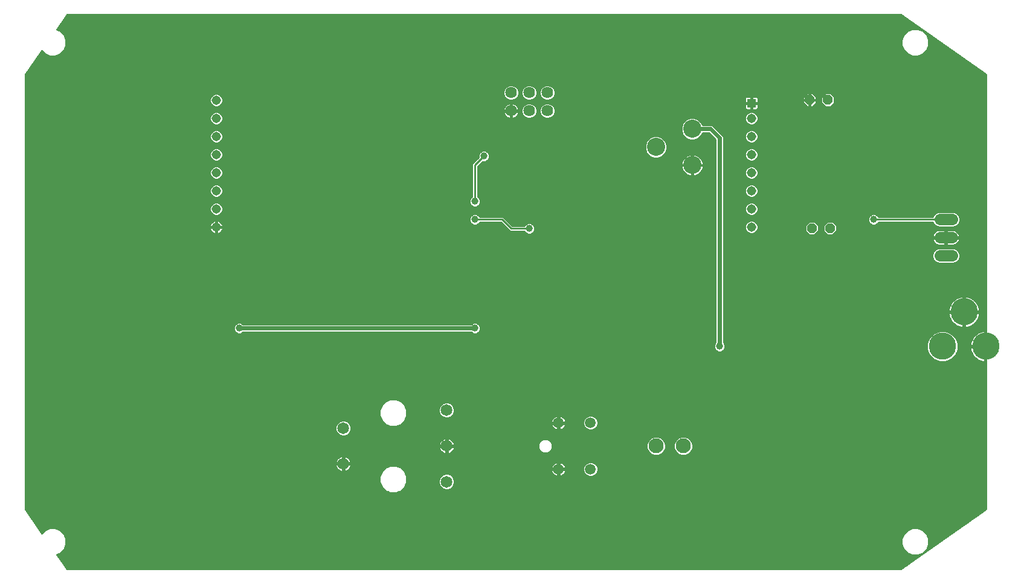
<source format=gbl>
G75*
%MOIN*%
%OFA0B0*%
%FSLAX24Y24*%
%IPPOS*%
%LPD*%
%AMOC8*
5,1,8,0,0,1.08239X$1,22.5*
%
%ADD10C,0.0515*%
%ADD11R,0.0515X0.0515*%
%ADD12C,0.0645*%
%ADD13C,0.0650*%
%ADD14C,0.0594*%
%ADD15C,0.1000*%
%ADD16C,0.0640*%
%ADD17OC8,0.0520*%
%ADD18C,0.1502*%
%ADD19C,0.0100*%
%ADD20C,0.0396*%
%ADD21C,0.0827*%
%ADD22C,0.0240*%
D10*
X036503Y031880D03*
X036503Y032880D03*
X036503Y033880D03*
X036503Y034880D03*
X036503Y035880D03*
X036503Y036880D03*
X036503Y037880D03*
X036503Y038880D03*
X066030Y037880D03*
X066030Y036880D03*
X066030Y035880D03*
X066030Y034880D03*
X066030Y033880D03*
X066030Y032880D03*
X066030Y031880D03*
D11*
X066030Y038726D03*
D12*
X076444Y032300D02*
X077089Y032300D01*
X077089Y031300D02*
X076444Y031300D01*
X076444Y030300D02*
X077089Y030300D01*
D13*
X049219Y021769D03*
X049219Y019800D03*
X049219Y017831D03*
X043511Y018816D03*
X043511Y020784D03*
D14*
X055381Y021080D03*
X057152Y021080D03*
X057152Y018520D03*
X055381Y018520D03*
D15*
X062767Y035300D03*
X060767Y036300D03*
X062767Y037300D03*
D16*
X054767Y038300D03*
X053767Y038300D03*
X052767Y038300D03*
X052767Y039300D03*
X053767Y039300D03*
X054767Y039300D03*
D17*
X069247Y038900D03*
X070247Y038900D03*
X070367Y031820D03*
X069367Y031820D03*
D18*
X077767Y027200D03*
X078967Y025300D03*
X076567Y025300D03*
D19*
X028267Y013000D02*
X027705Y013806D01*
X027892Y013883D01*
X028103Y014094D01*
X028218Y014371D01*
X028218Y014669D01*
X028103Y014946D01*
X027892Y015157D01*
X027616Y015271D01*
X027317Y015271D01*
X027041Y015157D01*
X026877Y014993D01*
X025967Y016300D01*
X025967Y040300D01*
X026877Y041607D01*
X027041Y041443D01*
X027317Y041329D01*
X027616Y041329D01*
X027892Y041443D01*
X028103Y041654D01*
X028218Y041931D01*
X028218Y042229D01*
X028103Y042506D01*
X027892Y042717D01*
X027705Y042794D01*
X028267Y043600D01*
X074267Y043600D01*
X078967Y040300D01*
X078967Y025350D01*
X078917Y025350D01*
X078917Y026161D01*
X078910Y026161D01*
X078798Y026146D01*
X078689Y026117D01*
X078585Y026074D01*
X078487Y026018D01*
X078398Y025949D01*
X078318Y025869D01*
X078249Y025779D01*
X078193Y025682D01*
X078149Y025577D01*
X078120Y025468D01*
X078105Y025356D01*
X078105Y025350D01*
X078917Y025350D01*
X078917Y025250D01*
X078967Y025250D01*
X078967Y016300D01*
X074267Y013000D01*
X028267Y013000D01*
X028244Y013032D02*
X074313Y013032D01*
X074453Y013131D02*
X028175Y013131D01*
X028107Y013229D02*
X074593Y013229D01*
X074734Y013328D02*
X028038Y013328D01*
X027969Y013426D02*
X074874Y013426D01*
X075014Y013525D02*
X027901Y013525D01*
X027832Y013623D02*
X075155Y013623D01*
X075216Y013769D02*
X075492Y013883D01*
X075703Y014094D01*
X075818Y014371D01*
X075818Y014669D01*
X075703Y014946D01*
X075492Y015157D01*
X075216Y015271D01*
X074917Y015271D01*
X074641Y015157D01*
X074430Y014946D01*
X074315Y014669D01*
X074315Y014371D01*
X074430Y014094D01*
X074641Y013883D01*
X074917Y013769D01*
X075216Y013769D01*
X075295Y013722D02*
X027763Y013722D01*
X027741Y013820D02*
X074793Y013820D01*
X074605Y013919D02*
X027928Y013919D01*
X028026Y014017D02*
X074507Y014017D01*
X074421Y014116D02*
X028112Y014116D01*
X028153Y014214D02*
X074380Y014214D01*
X074339Y014313D02*
X028194Y014313D01*
X028218Y014411D02*
X074315Y014411D01*
X074315Y014510D02*
X028218Y014510D01*
X028218Y014608D02*
X074315Y014608D01*
X074331Y014707D02*
X028202Y014707D01*
X028161Y014805D02*
X074372Y014805D01*
X074413Y014904D02*
X028121Y014904D01*
X028047Y015002D02*
X074487Y015002D01*
X074585Y015101D02*
X027948Y015101D01*
X027789Y015199D02*
X074744Y015199D01*
X075389Y015199D02*
X077399Y015199D01*
X077259Y015101D02*
X075548Y015101D01*
X075647Y015002D02*
X077119Y015002D01*
X076978Y014904D02*
X075721Y014904D01*
X075761Y014805D02*
X076838Y014805D01*
X076698Y014707D02*
X075802Y014707D01*
X075818Y014608D02*
X076558Y014608D01*
X076417Y014510D02*
X075818Y014510D01*
X075818Y014411D02*
X076277Y014411D01*
X076137Y014313D02*
X075794Y014313D01*
X075753Y014214D02*
X075996Y014214D01*
X075856Y014116D02*
X075712Y014116D01*
X075716Y014017D02*
X075626Y014017D01*
X075575Y013919D02*
X075528Y013919D01*
X075435Y013820D02*
X075341Y013820D01*
X077540Y015298D02*
X026665Y015298D01*
X026596Y015396D02*
X077680Y015396D01*
X077820Y015495D02*
X026528Y015495D01*
X026459Y015593D02*
X077960Y015593D01*
X078101Y015692D02*
X026390Y015692D01*
X026322Y015790D02*
X078241Y015790D01*
X078381Y015889D02*
X026253Y015889D01*
X026184Y015987D02*
X078522Y015987D01*
X078662Y016086D02*
X026116Y016086D01*
X026047Y016184D02*
X078802Y016184D01*
X078942Y016283D02*
X025979Y016283D01*
X025967Y016381D02*
X078967Y016381D01*
X078967Y016480D02*
X025967Y016480D01*
X025967Y016578D02*
X078967Y016578D01*
X078967Y016677D02*
X025967Y016677D01*
X025967Y016775D02*
X078967Y016775D01*
X078967Y016874D02*
X025967Y016874D01*
X025967Y016972D02*
X078967Y016972D01*
X078967Y017071D02*
X025967Y017071D01*
X025967Y017169D02*
X078967Y017169D01*
X078967Y017268D02*
X046536Y017268D01*
X046416Y017218D02*
X046692Y017332D01*
X046903Y017544D01*
X047018Y017820D01*
X047018Y018119D01*
X046903Y018395D01*
X046692Y018606D01*
X046416Y018720D01*
X046117Y018720D01*
X045841Y018606D01*
X045630Y018395D01*
X045515Y018119D01*
X045515Y017820D01*
X045630Y017544D01*
X045841Y017332D01*
X046117Y017218D01*
X046416Y017218D01*
X046726Y017366D02*
X078967Y017366D01*
X078967Y017465D02*
X049468Y017465D01*
X049466Y017463D02*
X049588Y017585D01*
X049654Y017745D01*
X049654Y017918D01*
X049588Y018078D01*
X049466Y018200D01*
X049306Y018266D01*
X049133Y018266D01*
X048973Y018200D01*
X048851Y018078D01*
X048785Y017918D01*
X048785Y017745D01*
X048851Y017585D01*
X048973Y017463D01*
X049133Y017397D01*
X049306Y017397D01*
X049466Y017463D01*
X049566Y017563D02*
X078967Y017563D01*
X078967Y017662D02*
X049620Y017662D01*
X049654Y017760D02*
X078967Y017760D01*
X078967Y017859D02*
X049654Y017859D01*
X049638Y017957D02*
X078967Y017957D01*
X078967Y018056D02*
X049597Y018056D01*
X049511Y018154D02*
X055203Y018154D01*
X055225Y018143D02*
X055286Y018124D01*
X055332Y018116D01*
X055332Y018472D01*
X054977Y018472D01*
X054984Y018425D01*
X055004Y018364D01*
X055033Y018307D01*
X055071Y018255D01*
X055116Y018210D01*
X055168Y018173D01*
X055225Y018143D01*
X055332Y018154D02*
X055429Y018154D01*
X055429Y018116D02*
X055476Y018124D01*
X055537Y018143D01*
X055594Y018173D01*
X055646Y018210D01*
X055691Y018255D01*
X055729Y018307D01*
X055758Y018364D01*
X055778Y018425D01*
X055785Y018472D01*
X055429Y018472D01*
X055429Y018116D01*
X055559Y018154D02*
X056973Y018154D01*
X056922Y018176D02*
X057072Y018114D01*
X057233Y018114D01*
X057383Y018176D01*
X057497Y018290D01*
X057559Y018440D01*
X057559Y018601D01*
X057497Y018751D01*
X057383Y018865D01*
X057233Y018927D01*
X057072Y018927D01*
X056922Y018865D01*
X056808Y018751D01*
X056746Y018601D01*
X056746Y018440D01*
X056808Y018290D01*
X056922Y018176D01*
X056845Y018253D02*
X055689Y018253D01*
X055751Y018351D02*
X056782Y018351D01*
X056746Y018450D02*
X055782Y018450D01*
X055785Y018569D02*
X055778Y018616D01*
X055758Y018677D01*
X055729Y018734D01*
X055691Y018786D01*
X055646Y018831D01*
X055594Y018868D01*
X055537Y018898D01*
X055476Y018917D01*
X055429Y018925D01*
X055429Y018569D01*
X055332Y018569D01*
X055332Y018472D01*
X055429Y018472D01*
X055429Y018569D01*
X055785Y018569D01*
X055768Y018647D02*
X056765Y018647D01*
X056746Y018548D02*
X055429Y018548D01*
X055332Y018548D02*
X046750Y018548D01*
X046848Y018450D02*
X054980Y018450D01*
X055010Y018351D02*
X046921Y018351D01*
X046962Y018253D02*
X049101Y018253D01*
X048927Y018154D02*
X047003Y018154D01*
X047018Y018056D02*
X048842Y018056D01*
X048801Y017957D02*
X047018Y017957D01*
X047018Y017859D02*
X048785Y017859D01*
X048785Y017760D02*
X046993Y017760D01*
X046952Y017662D02*
X048819Y017662D01*
X048873Y017563D02*
X046912Y017563D01*
X046825Y017465D02*
X048971Y017465D01*
X049338Y018253D02*
X055073Y018253D01*
X055332Y018253D02*
X055429Y018253D01*
X055429Y018351D02*
X055332Y018351D01*
X055332Y018450D02*
X055429Y018450D01*
X055332Y018569D02*
X054977Y018569D01*
X054984Y018616D01*
X055004Y018677D01*
X055033Y018734D01*
X055071Y018786D01*
X055116Y018831D01*
X055168Y018868D01*
X055225Y018898D01*
X055286Y018917D01*
X055332Y018925D01*
X055332Y018569D01*
X055332Y018647D02*
X055429Y018647D01*
X055429Y018745D02*
X055332Y018745D01*
X055332Y018844D02*
X055429Y018844D01*
X055628Y018844D02*
X056901Y018844D01*
X056805Y018745D02*
X055720Y018745D01*
X055134Y018844D02*
X043561Y018844D01*
X043561Y018866D02*
X043943Y018866D01*
X043935Y018918D01*
X043914Y018983D01*
X043883Y019044D01*
X043842Y019099D01*
X043794Y019147D01*
X043739Y019188D01*
X043678Y019219D01*
X043613Y019240D01*
X043561Y019248D01*
X043561Y018866D01*
X043461Y018866D01*
X043461Y019248D01*
X043409Y019240D01*
X043344Y019219D01*
X043283Y019188D01*
X043228Y019147D01*
X043179Y019099D01*
X043139Y019044D01*
X043108Y018983D01*
X043087Y018918D01*
X043078Y018866D01*
X043461Y018866D01*
X043461Y018766D01*
X043078Y018766D01*
X043087Y018714D01*
X043108Y018649D01*
X043139Y018588D01*
X043179Y018532D01*
X043228Y018484D01*
X043283Y018444D01*
X043344Y018413D01*
X043409Y018392D01*
X043461Y018383D01*
X043461Y018766D01*
X043561Y018766D01*
X043561Y018866D01*
X043561Y018942D02*
X043461Y018942D01*
X043461Y018844D02*
X025967Y018844D01*
X025967Y018942D02*
X043095Y018942D01*
X043138Y019041D02*
X025967Y019041D01*
X025967Y019139D02*
X043220Y019139D01*
X043403Y019238D02*
X025967Y019238D01*
X025967Y019336D02*
X060518Y019336D01*
X060470Y019356D02*
X060663Y019277D01*
X060871Y019277D01*
X061063Y019356D01*
X061210Y019504D01*
X061290Y019696D01*
X061290Y019904D01*
X061210Y020096D01*
X061063Y020244D01*
X060871Y020323D01*
X060663Y020323D01*
X060470Y020244D01*
X060323Y020096D01*
X060243Y019904D01*
X060243Y019696D01*
X060323Y019504D01*
X060470Y019356D01*
X060392Y019435D02*
X054812Y019435D01*
X054881Y019464D02*
X054993Y019575D01*
X055053Y019721D01*
X055053Y019879D01*
X054993Y020025D01*
X054881Y020136D01*
X054735Y020197D01*
X054577Y020197D01*
X054432Y020136D01*
X054320Y020025D01*
X054260Y019879D01*
X054260Y019721D01*
X054320Y019575D01*
X054432Y019464D01*
X054577Y019403D01*
X054735Y019403D01*
X054881Y019464D01*
X054951Y019533D02*
X060311Y019533D01*
X060270Y019632D02*
X055016Y019632D01*
X055053Y019730D02*
X060243Y019730D01*
X060243Y019829D02*
X055053Y019829D01*
X055033Y019927D02*
X060253Y019927D01*
X060294Y020026D02*
X054992Y020026D01*
X054893Y020124D02*
X060351Y020124D01*
X060449Y020223D02*
X049325Y020223D01*
X049321Y020224D02*
X049269Y020232D01*
X049269Y019850D01*
X049169Y019850D01*
X049169Y019750D01*
X048787Y019750D01*
X048795Y019698D01*
X048816Y019633D01*
X048848Y019572D01*
X048888Y019517D01*
X048936Y019468D01*
X048992Y019428D01*
X049053Y019397D01*
X049118Y019376D01*
X049169Y019368D01*
X049169Y019750D01*
X049269Y019750D01*
X049269Y019368D01*
X049321Y019376D01*
X049386Y019397D01*
X049447Y019428D01*
X049503Y019468D01*
X049551Y019517D01*
X049591Y019572D01*
X049622Y019633D01*
X049644Y019698D01*
X049652Y019750D01*
X049269Y019750D01*
X049269Y019850D01*
X049652Y019850D01*
X049644Y019902D01*
X049622Y019967D01*
X049591Y020028D01*
X049551Y020083D01*
X049503Y020132D01*
X049447Y020172D01*
X049386Y020203D01*
X049321Y020224D01*
X049269Y020223D02*
X049169Y020223D01*
X049169Y020232D02*
X049118Y020224D01*
X049053Y020203D01*
X048992Y020172D01*
X048936Y020132D01*
X048888Y020083D01*
X048848Y020028D01*
X048816Y019967D01*
X048795Y019902D01*
X048787Y019850D01*
X049169Y019850D01*
X049169Y020232D01*
X049114Y020223D02*
X025967Y020223D01*
X025967Y020321D02*
X060658Y020321D01*
X060875Y020321D02*
X062158Y020321D01*
X062163Y020323D02*
X061970Y020244D01*
X061823Y020096D01*
X061743Y019904D01*
X061743Y019696D01*
X061823Y019504D01*
X061970Y019356D01*
X062163Y019277D01*
X062371Y019277D01*
X062563Y019356D01*
X062710Y019504D01*
X062790Y019696D01*
X062790Y019904D01*
X062710Y020096D01*
X062563Y020244D01*
X062371Y020323D01*
X062163Y020323D01*
X062375Y020321D02*
X078967Y020321D01*
X078967Y020223D02*
X062584Y020223D01*
X062682Y020124D02*
X078967Y020124D01*
X078967Y020026D02*
X062740Y020026D01*
X062780Y019927D02*
X078967Y019927D01*
X078967Y019829D02*
X062790Y019829D01*
X062790Y019730D02*
X078967Y019730D01*
X078967Y019632D02*
X062764Y019632D01*
X062723Y019533D02*
X078967Y019533D01*
X078967Y019435D02*
X062642Y019435D01*
X062515Y019336D02*
X078967Y019336D01*
X078967Y019238D02*
X043618Y019238D01*
X043561Y019238D02*
X043461Y019238D01*
X043461Y019139D02*
X043561Y019139D01*
X043561Y019041D02*
X043461Y019041D01*
X043561Y018766D02*
X043943Y018766D01*
X043935Y018714D01*
X043914Y018649D01*
X043883Y018588D01*
X043842Y018532D01*
X043794Y018484D01*
X043739Y018444D01*
X043678Y018413D01*
X043613Y018392D01*
X043561Y018383D01*
X043561Y018766D01*
X043561Y018745D02*
X043461Y018745D01*
X043461Y018647D02*
X043561Y018647D01*
X043561Y018548D02*
X043461Y018548D01*
X043461Y018450D02*
X043561Y018450D01*
X043747Y018450D02*
X045685Y018450D01*
X045612Y018351D02*
X025967Y018351D01*
X025967Y018253D02*
X045571Y018253D01*
X045530Y018154D02*
X025967Y018154D01*
X025967Y018056D02*
X045515Y018056D01*
X045515Y017957D02*
X025967Y017957D01*
X025967Y017859D02*
X045515Y017859D01*
X045540Y017760D02*
X025967Y017760D01*
X025967Y017662D02*
X045581Y017662D01*
X045622Y017563D02*
X025967Y017563D01*
X025967Y017465D02*
X045709Y017465D01*
X045807Y017366D02*
X025967Y017366D01*
X025967Y017268D02*
X045997Y017268D01*
X045784Y018548D02*
X043854Y018548D01*
X043913Y018647D02*
X045940Y018647D01*
X046594Y018647D02*
X054994Y018647D01*
X055041Y018745D02*
X043940Y018745D01*
X043927Y018942D02*
X078967Y018942D01*
X078967Y018844D02*
X057404Y018844D01*
X057500Y018745D02*
X078967Y018745D01*
X078967Y018647D02*
X057540Y018647D01*
X057559Y018548D02*
X078967Y018548D01*
X078967Y018450D02*
X057559Y018450D01*
X057523Y018351D02*
X078967Y018351D01*
X078967Y018253D02*
X057460Y018253D01*
X057332Y018154D02*
X078967Y018154D01*
X078967Y019041D02*
X043884Y019041D01*
X043802Y019139D02*
X078967Y019139D01*
X078967Y020420D02*
X043761Y020420D01*
X043757Y020416D02*
X043879Y020538D01*
X043946Y020698D01*
X043946Y020871D01*
X043879Y021031D01*
X043757Y021153D01*
X043597Y021219D01*
X043424Y021219D01*
X043264Y021153D01*
X043142Y021031D01*
X043076Y020871D01*
X043076Y020698D01*
X043142Y020538D01*
X043264Y020416D01*
X043424Y020349D01*
X043597Y020349D01*
X043757Y020416D01*
X043860Y020518D02*
X078967Y020518D01*
X078967Y020617D02*
X043912Y020617D01*
X043946Y020715D02*
X055199Y020715D01*
X055225Y020702D02*
X055286Y020683D01*
X055332Y020675D01*
X055332Y021031D01*
X054977Y021031D01*
X054984Y020984D01*
X055004Y020923D01*
X055033Y020866D01*
X055071Y020814D01*
X043946Y020814D01*
X043928Y020912D02*
X046038Y020912D01*
X046117Y020880D02*
X046416Y020880D01*
X046692Y020994D01*
X046903Y021205D01*
X047018Y021481D01*
X047018Y021780D01*
X046903Y022056D01*
X046692Y022268D01*
X046416Y022382D01*
X046117Y022382D01*
X045841Y022268D01*
X045630Y022056D01*
X045515Y021780D01*
X045515Y021481D01*
X045630Y021205D01*
X045841Y020994D01*
X046117Y020880D01*
X045824Y021011D02*
X043887Y021011D01*
X043800Y021109D02*
X045726Y021109D01*
X045629Y021208D02*
X043624Y021208D01*
X043398Y021208D02*
X025967Y021208D01*
X025967Y021306D02*
X045588Y021306D01*
X045547Y021405D02*
X025967Y021405D01*
X025967Y021503D02*
X045515Y021503D01*
X045515Y021602D02*
X025967Y021602D01*
X025967Y021700D02*
X045515Y021700D01*
X045523Y021799D02*
X025967Y021799D01*
X025967Y021897D02*
X045564Y021897D01*
X045605Y021996D02*
X025967Y021996D01*
X025967Y022094D02*
X045668Y022094D01*
X045767Y022193D02*
X025967Y022193D01*
X025967Y022291D02*
X045899Y022291D01*
X046634Y022291D02*
X078967Y022291D01*
X078967Y022193D02*
X049331Y022193D01*
X049306Y022203D02*
X049133Y022203D01*
X048973Y022137D01*
X048851Y022015D01*
X048785Y021855D01*
X048785Y021682D01*
X048851Y021522D01*
X048973Y021400D01*
X049133Y021334D01*
X049306Y021334D01*
X049466Y021400D01*
X049588Y021522D01*
X049654Y021682D01*
X049654Y021855D01*
X049588Y022015D01*
X049466Y022137D01*
X049306Y022203D01*
X049108Y022193D02*
X046767Y022193D01*
X046865Y022094D02*
X048930Y022094D01*
X048843Y021996D02*
X046928Y021996D01*
X046969Y021897D02*
X048802Y021897D01*
X048785Y021799D02*
X047010Y021799D01*
X047018Y021700D02*
X048785Y021700D01*
X048818Y021602D02*
X047018Y021602D01*
X047018Y021503D02*
X048870Y021503D01*
X048968Y021405D02*
X046986Y021405D01*
X046945Y021306D02*
X055043Y021306D01*
X055033Y021293D02*
X055004Y021236D01*
X054984Y021175D01*
X054977Y021128D01*
X055332Y021128D01*
X055332Y021031D01*
X055429Y021031D01*
X055429Y020675D01*
X055476Y020683D01*
X055537Y020702D01*
X055594Y020732D01*
X055646Y020769D01*
X055691Y020814D01*
X056843Y020814D01*
X056808Y020849D02*
X056922Y020735D01*
X057072Y020673D01*
X057233Y020673D01*
X057383Y020735D01*
X057497Y020849D01*
X057559Y020999D01*
X057559Y021160D01*
X057497Y021310D01*
X057383Y021424D01*
X057233Y021486D01*
X057072Y021486D01*
X056922Y021424D01*
X056808Y021310D01*
X056746Y021160D01*
X056746Y020999D01*
X056808Y020849D01*
X056781Y020912D02*
X055752Y020912D01*
X055758Y020923D02*
X055778Y020984D01*
X055785Y021031D01*
X055429Y021031D01*
X055429Y021128D01*
X055332Y021128D01*
X055332Y021484D01*
X055286Y021476D01*
X055225Y021457D01*
X055168Y021427D01*
X055116Y021390D01*
X055071Y021345D01*
X055033Y021293D01*
X054995Y021208D02*
X046905Y021208D01*
X046808Y021109D02*
X055332Y021109D01*
X055429Y021109D02*
X056746Y021109D01*
X056746Y021011D02*
X055782Y021011D01*
X055758Y020923D02*
X055729Y020866D01*
X055691Y020814D01*
X055563Y020715D02*
X056968Y020715D01*
X057337Y020715D02*
X078967Y020715D01*
X078967Y020814D02*
X057462Y020814D01*
X057524Y020912D02*
X078967Y020912D01*
X078967Y021011D02*
X057559Y021011D01*
X057559Y021109D02*
X078967Y021109D01*
X078967Y021208D02*
X057540Y021208D01*
X057499Y021306D02*
X078967Y021306D01*
X078967Y021405D02*
X057402Y021405D01*
X056903Y021405D02*
X055625Y021405D01*
X055646Y021390D02*
X055594Y021427D01*
X055537Y021457D01*
X055476Y021476D01*
X055429Y021484D01*
X055429Y021128D01*
X055785Y021128D01*
X055778Y021175D01*
X055758Y021236D01*
X055729Y021293D01*
X055691Y021345D01*
X055646Y021390D01*
X055719Y021306D02*
X056806Y021306D01*
X056765Y021208D02*
X055767Y021208D01*
X055429Y021208D02*
X055332Y021208D01*
X055332Y021306D02*
X055429Y021306D01*
X055429Y021405D02*
X055332Y021405D01*
X055137Y021405D02*
X049471Y021405D01*
X049569Y021503D02*
X078967Y021503D01*
X078967Y021602D02*
X049621Y021602D01*
X049654Y021700D02*
X078967Y021700D01*
X078967Y021799D02*
X049654Y021799D01*
X049637Y021897D02*
X078967Y021897D01*
X078967Y021996D02*
X049596Y021996D01*
X049508Y022094D02*
X078967Y022094D01*
X078967Y022390D02*
X025967Y022390D01*
X025967Y022488D02*
X078967Y022488D01*
X078967Y022587D02*
X025967Y022587D01*
X025967Y022685D02*
X078967Y022685D01*
X078967Y022784D02*
X025967Y022784D01*
X025967Y022882D02*
X078967Y022882D01*
X078967Y022981D02*
X025967Y022981D01*
X025967Y023079D02*
X078967Y023079D01*
X078967Y023178D02*
X025967Y023178D01*
X025967Y023276D02*
X078967Y023276D01*
X078967Y023375D02*
X025967Y023375D01*
X025967Y023473D02*
X078967Y023473D01*
X078967Y023572D02*
X025967Y023572D01*
X025967Y023670D02*
X078967Y023670D01*
X078967Y023769D02*
X025967Y023769D01*
X025967Y023867D02*
X078967Y023867D01*
X078967Y023966D02*
X025967Y023966D01*
X025967Y024064D02*
X078967Y024064D01*
X078967Y024163D02*
X025967Y024163D01*
X025967Y024261D02*
X078967Y024261D01*
X078967Y024360D02*
X025967Y024360D01*
X025967Y024458D02*
X076348Y024458D01*
X076395Y024439D02*
X076738Y024439D01*
X077054Y024570D01*
X077297Y024812D01*
X077428Y025129D01*
X077428Y025471D01*
X077297Y025788D01*
X077054Y026030D01*
X076738Y026161D01*
X076395Y026161D01*
X076079Y026030D01*
X075837Y025788D01*
X075705Y025471D01*
X075705Y025129D01*
X075837Y024812D01*
X076079Y024570D01*
X076395Y024439D01*
X076110Y024557D02*
X025967Y024557D01*
X025967Y024655D02*
X075993Y024655D01*
X075895Y024754D02*
X025967Y024754D01*
X025967Y024852D02*
X075820Y024852D01*
X075779Y024951D02*
X025967Y024951D01*
X025967Y025049D02*
X064081Y025049D01*
X064092Y025039D02*
X064205Y024992D01*
X064328Y024992D01*
X064441Y025039D01*
X064528Y025125D01*
X064575Y025239D01*
X064575Y025361D01*
X064528Y025475D01*
X064497Y025506D01*
X064497Y036895D01*
X064362Y037030D01*
X064362Y037030D01*
X063862Y037530D01*
X063332Y037530D01*
X063284Y037646D01*
X063112Y037817D01*
X062888Y037910D01*
X062645Y037910D01*
X062421Y037817D01*
X062250Y037646D01*
X062157Y037421D01*
X062157Y037179D01*
X062250Y036954D01*
X062421Y036783D01*
X062645Y036690D01*
X062888Y036690D01*
X063112Y036783D01*
X063284Y036954D01*
X063332Y037070D01*
X063671Y037070D01*
X064037Y036705D01*
X064037Y025506D01*
X064005Y025475D01*
X063959Y025361D01*
X063959Y025239D01*
X064005Y025125D01*
X064092Y025039D01*
X063996Y025148D02*
X025967Y025148D01*
X025967Y025246D02*
X063959Y025246D01*
X063959Y025345D02*
X025967Y025345D01*
X025967Y025443D02*
X063993Y025443D01*
X064037Y025542D02*
X025967Y025542D01*
X025967Y025640D02*
X064037Y025640D01*
X064037Y025739D02*
X025967Y025739D01*
X025967Y025837D02*
X064037Y025837D01*
X064037Y025936D02*
X025967Y025936D01*
X025967Y026034D02*
X037603Y026034D01*
X037592Y026039D02*
X037705Y025992D01*
X037828Y025992D01*
X037941Y026039D01*
X037972Y026070D01*
X050561Y026070D01*
X050592Y026039D01*
X050705Y025992D01*
X050828Y025992D01*
X050941Y026039D01*
X051028Y026125D01*
X051075Y026239D01*
X051075Y026361D01*
X051028Y026475D01*
X050941Y026561D01*
X050828Y026608D01*
X050705Y026608D01*
X050592Y026561D01*
X050561Y026530D01*
X037972Y026530D01*
X037941Y026561D01*
X037828Y026608D01*
X037705Y026608D01*
X037592Y026561D01*
X037505Y026475D01*
X037459Y026361D01*
X037459Y026239D01*
X037505Y026125D01*
X037592Y026039D01*
X037502Y026133D02*
X025967Y026133D01*
X025967Y026231D02*
X037462Y026231D01*
X037459Y026330D02*
X025967Y026330D01*
X025967Y026428D02*
X037486Y026428D01*
X037558Y026527D02*
X025967Y026527D01*
X025967Y026625D02*
X064037Y026625D01*
X064037Y026527D02*
X050975Y026527D01*
X051047Y026428D02*
X064037Y026428D01*
X064037Y026330D02*
X051075Y026330D01*
X051072Y026231D02*
X064037Y026231D01*
X064037Y026133D02*
X051031Y026133D01*
X050931Y026034D02*
X064037Y026034D01*
X064497Y026034D02*
X076090Y026034D01*
X075985Y025936D02*
X064497Y025936D01*
X064497Y025837D02*
X075886Y025837D01*
X075816Y025739D02*
X064497Y025739D01*
X064497Y025640D02*
X075776Y025640D01*
X075735Y025542D02*
X064497Y025542D01*
X064541Y025443D02*
X075705Y025443D01*
X075705Y025345D02*
X064575Y025345D01*
X064575Y025246D02*
X075705Y025246D01*
X075705Y025148D02*
X064537Y025148D01*
X064452Y025049D02*
X075738Y025049D01*
X076785Y024458D02*
X078780Y024458D01*
X078798Y024454D02*
X078910Y024439D01*
X078917Y024439D01*
X078917Y025250D01*
X078105Y025250D01*
X078105Y025244D01*
X078120Y025132D01*
X078149Y025023D01*
X078193Y024918D01*
X078249Y024821D01*
X078318Y024731D01*
X078398Y024651D01*
X078487Y024582D01*
X078585Y024526D01*
X078689Y024483D01*
X078798Y024454D01*
X078917Y024458D02*
X078967Y024458D01*
X078967Y024557D02*
X078917Y024557D01*
X078917Y024655D02*
X078967Y024655D01*
X078967Y024754D02*
X078917Y024754D01*
X078917Y024852D02*
X078967Y024852D01*
X078967Y024951D02*
X078917Y024951D01*
X078917Y025049D02*
X078967Y025049D01*
X078967Y025148D02*
X078917Y025148D01*
X078917Y025246D02*
X078967Y025246D01*
X078917Y025345D02*
X077428Y025345D01*
X077428Y025443D02*
X078117Y025443D01*
X078140Y025542D02*
X077399Y025542D01*
X077358Y025640D02*
X078176Y025640D01*
X078226Y025739D02*
X077317Y025739D01*
X077247Y025837D02*
X078294Y025837D01*
X078385Y025936D02*
X077149Y025936D01*
X077044Y026034D02*
X078516Y026034D01*
X078748Y026133D02*
X076806Y026133D01*
X076327Y026133D02*
X064497Y026133D01*
X064497Y026231D02*
X078967Y026231D01*
X078967Y026133D02*
X078917Y026133D01*
X078917Y026034D02*
X078967Y026034D01*
X078967Y025936D02*
X078917Y025936D01*
X078917Y025837D02*
X078967Y025837D01*
X078967Y025739D02*
X078917Y025739D01*
X078917Y025640D02*
X078967Y025640D01*
X078967Y025542D02*
X078917Y025542D01*
X078917Y025443D02*
X078967Y025443D01*
X078105Y025246D02*
X077428Y025246D01*
X077428Y025148D02*
X078118Y025148D01*
X078142Y025049D02*
X077395Y025049D01*
X077354Y024951D02*
X078179Y024951D01*
X078231Y024852D02*
X077313Y024852D01*
X077239Y024754D02*
X078300Y024754D01*
X078393Y024655D02*
X077140Y024655D01*
X077023Y024557D02*
X078531Y024557D01*
X078967Y026330D02*
X064497Y026330D01*
X064497Y026428D02*
X077381Y026428D01*
X077385Y026426D02*
X077489Y026383D01*
X077598Y026354D01*
X077710Y026339D01*
X077717Y026339D01*
X077717Y027150D01*
X077817Y027150D01*
X077817Y027250D01*
X078628Y027250D01*
X078628Y027256D01*
X078613Y027368D01*
X078584Y027477D01*
X078541Y027582D01*
X078484Y027679D01*
X078416Y027769D01*
X078336Y027849D01*
X078246Y027918D01*
X078148Y027974D01*
X078044Y028017D01*
X077935Y028046D01*
X077823Y028061D01*
X077817Y028061D01*
X077817Y027250D01*
X077717Y027250D01*
X077717Y028061D01*
X077710Y028061D01*
X077598Y028046D01*
X077489Y028017D01*
X077385Y027974D01*
X077287Y027918D01*
X077198Y027849D01*
X077118Y027769D01*
X077049Y027679D01*
X076993Y027582D01*
X076949Y027477D01*
X076920Y027368D01*
X076905Y027256D01*
X076905Y027250D01*
X077717Y027250D01*
X077717Y027150D01*
X076905Y027150D01*
X076905Y027144D01*
X076920Y027032D01*
X076949Y026923D01*
X076993Y026818D01*
X077049Y026721D01*
X077118Y026631D01*
X077198Y026551D01*
X077287Y026482D01*
X077385Y026426D01*
X077229Y026527D02*
X064497Y026527D01*
X064497Y026625D02*
X077123Y026625D01*
X077047Y026724D02*
X064497Y026724D01*
X064497Y026822D02*
X076991Y026822D01*
X076950Y026921D02*
X064497Y026921D01*
X064497Y027019D02*
X076923Y027019D01*
X076909Y027118D02*
X064497Y027118D01*
X064497Y027216D02*
X077717Y027216D01*
X077717Y027118D02*
X077817Y027118D01*
X077817Y027150D02*
X077817Y026339D01*
X077823Y026339D01*
X077935Y026354D01*
X078044Y026383D01*
X078148Y026426D01*
X078246Y026482D01*
X078336Y026551D01*
X078416Y026631D01*
X078484Y026721D01*
X078541Y026818D01*
X078584Y026923D01*
X078613Y027032D01*
X078628Y027144D01*
X078628Y027150D01*
X077817Y027150D01*
X077817Y027216D02*
X078967Y027216D01*
X078967Y027118D02*
X078624Y027118D01*
X078610Y027019D02*
X078967Y027019D01*
X078967Y026921D02*
X078583Y026921D01*
X078542Y026822D02*
X078967Y026822D01*
X078967Y026724D02*
X078486Y026724D01*
X078410Y026625D02*
X078967Y026625D01*
X078967Y026527D02*
X078304Y026527D01*
X078153Y026428D02*
X078967Y026428D01*
X077817Y026428D02*
X077717Y026428D01*
X077717Y026527D02*
X077817Y026527D01*
X077817Y026625D02*
X077717Y026625D01*
X077717Y026724D02*
X077817Y026724D01*
X077817Y026822D02*
X077717Y026822D01*
X077717Y026921D02*
X077817Y026921D01*
X077817Y027019D02*
X077717Y027019D01*
X077717Y027315D02*
X077817Y027315D01*
X077817Y027413D02*
X077717Y027413D01*
X077717Y027512D02*
X077817Y027512D01*
X077817Y027610D02*
X077717Y027610D01*
X077717Y027709D02*
X077817Y027709D01*
X077817Y027807D02*
X077717Y027807D01*
X077717Y027906D02*
X077817Y027906D01*
X077817Y028004D02*
X077717Y028004D01*
X077459Y028004D02*
X064497Y028004D01*
X064497Y027906D02*
X077272Y027906D01*
X077156Y027807D02*
X064497Y027807D01*
X064497Y027709D02*
X077072Y027709D01*
X077009Y027610D02*
X064497Y027610D01*
X064497Y027512D02*
X076964Y027512D01*
X076932Y027413D02*
X064497Y027413D01*
X064497Y027315D02*
X076913Y027315D01*
X078075Y028004D02*
X078967Y028004D01*
X078967Y027906D02*
X078261Y027906D01*
X078377Y027807D02*
X078967Y027807D01*
X078967Y027709D02*
X078462Y027709D01*
X078524Y027610D02*
X078967Y027610D01*
X078967Y027512D02*
X078570Y027512D01*
X078601Y027413D02*
X078967Y027413D01*
X078967Y027315D02*
X078620Y027315D01*
X078967Y028103D02*
X064497Y028103D01*
X064497Y028201D02*
X078967Y028201D01*
X078967Y028300D02*
X064497Y028300D01*
X064497Y028399D02*
X078967Y028399D01*
X078967Y028497D02*
X064497Y028497D01*
X064497Y028596D02*
X078967Y028596D01*
X078967Y028694D02*
X064497Y028694D01*
X064497Y028793D02*
X078967Y028793D01*
X078967Y028891D02*
X064497Y028891D01*
X064497Y028990D02*
X078967Y028990D01*
X078967Y029088D02*
X064497Y029088D01*
X064497Y029187D02*
X078967Y029187D01*
X078967Y029285D02*
X064497Y029285D01*
X064497Y029384D02*
X078967Y029384D01*
X078967Y029482D02*
X064497Y029482D01*
X064497Y029581D02*
X078967Y029581D01*
X078967Y029679D02*
X064497Y029679D01*
X064497Y029778D02*
X078967Y029778D01*
X078967Y029876D02*
X077196Y029876D01*
X077175Y029868D02*
X077334Y029933D01*
X077456Y030055D01*
X077522Y030214D01*
X077522Y030386D01*
X077456Y030545D01*
X077334Y030667D01*
X077175Y030732D01*
X076358Y030732D01*
X076199Y030667D01*
X076078Y030545D01*
X076012Y030386D01*
X076012Y030214D01*
X076078Y030055D01*
X076199Y029933D01*
X076358Y029868D01*
X077175Y029868D01*
X077375Y029975D02*
X078967Y029975D01*
X078967Y030073D02*
X077463Y030073D01*
X077504Y030172D02*
X078967Y030172D01*
X078967Y030270D02*
X077522Y030270D01*
X077522Y030369D02*
X078967Y030369D01*
X078967Y030467D02*
X077488Y030467D01*
X077435Y030566D02*
X078967Y030566D01*
X078967Y030664D02*
X077337Y030664D01*
X077255Y030899D02*
X077316Y030930D01*
X077371Y030970D01*
X077419Y031018D01*
X077459Y031073D01*
X077490Y031134D01*
X077511Y031199D01*
X077519Y031250D01*
X076817Y031250D01*
X076817Y031350D01*
X077519Y031350D01*
X077511Y031401D01*
X077490Y031466D01*
X077459Y031527D01*
X077419Y031582D01*
X077371Y031630D01*
X077316Y031670D01*
X077255Y031701D01*
X077190Y031722D01*
X077123Y031732D01*
X076817Y031732D01*
X076817Y031350D01*
X076717Y031350D01*
X076717Y031732D01*
X076410Y031732D01*
X076343Y031722D01*
X076278Y031701D01*
X076217Y031670D01*
X076162Y031630D01*
X076114Y031582D01*
X076074Y031527D01*
X076043Y031466D01*
X076022Y031401D01*
X076014Y031350D01*
X076717Y031350D01*
X076717Y031250D01*
X076817Y031250D01*
X076817Y030868D01*
X077123Y030868D01*
X077190Y030878D01*
X077255Y030899D01*
X077356Y030960D02*
X078967Y030960D01*
X078967Y031058D02*
X077448Y031058D01*
X077497Y031157D02*
X078967Y031157D01*
X078967Y031255D02*
X076817Y031255D01*
X076817Y031157D02*
X076717Y031157D01*
X076717Y031250D02*
X076717Y030868D01*
X076410Y030868D01*
X076343Y030878D01*
X076278Y030899D01*
X076217Y030930D01*
X076162Y030970D01*
X076114Y031018D01*
X076074Y031073D01*
X076043Y031134D01*
X076022Y031199D01*
X076014Y031250D01*
X076717Y031250D01*
X076717Y031255D02*
X064497Y031255D01*
X064497Y031157D02*
X076036Y031157D01*
X076085Y031058D02*
X064497Y031058D01*
X064497Y030960D02*
X076177Y030960D01*
X076197Y030664D02*
X064497Y030664D01*
X064497Y030566D02*
X076098Y030566D01*
X076045Y030467D02*
X064497Y030467D01*
X064497Y030369D02*
X076012Y030369D01*
X076012Y030270D02*
X064497Y030270D01*
X064497Y030172D02*
X076029Y030172D01*
X076070Y030073D02*
X064497Y030073D01*
X064497Y029975D02*
X076158Y029975D01*
X076338Y029876D02*
X064497Y029876D01*
X064037Y029876D02*
X025967Y029876D01*
X025967Y029778D02*
X064037Y029778D01*
X064037Y029679D02*
X025967Y029679D01*
X025967Y029581D02*
X064037Y029581D01*
X064037Y029482D02*
X025967Y029482D01*
X025967Y029384D02*
X064037Y029384D01*
X064037Y029285D02*
X025967Y029285D01*
X025967Y029187D02*
X064037Y029187D01*
X064037Y029088D02*
X025967Y029088D01*
X025967Y028990D02*
X064037Y028990D01*
X064037Y028891D02*
X025967Y028891D01*
X025967Y028793D02*
X064037Y028793D01*
X064037Y028694D02*
X025967Y028694D01*
X025967Y028596D02*
X064037Y028596D01*
X064037Y028497D02*
X025967Y028497D01*
X025967Y028399D02*
X064037Y028399D01*
X064037Y028300D02*
X025967Y028300D01*
X025967Y028201D02*
X064037Y028201D01*
X064037Y028103D02*
X025967Y028103D01*
X025967Y028004D02*
X064037Y028004D01*
X064037Y027906D02*
X025967Y027906D01*
X025967Y027807D02*
X064037Y027807D01*
X064037Y027709D02*
X025967Y027709D01*
X025967Y027610D02*
X064037Y027610D01*
X064037Y027512D02*
X025967Y027512D01*
X025967Y027413D02*
X064037Y027413D01*
X064037Y027315D02*
X025967Y027315D01*
X025967Y027216D02*
X064037Y027216D01*
X064037Y027118D02*
X025967Y027118D01*
X025967Y027019D02*
X064037Y027019D01*
X064037Y026921D02*
X025967Y026921D01*
X025967Y026822D02*
X064037Y026822D01*
X064037Y026724D02*
X025967Y026724D01*
X025967Y029975D02*
X064037Y029975D01*
X064037Y030073D02*
X025967Y030073D01*
X025967Y030172D02*
X064037Y030172D01*
X064037Y030270D02*
X025967Y030270D01*
X025967Y030369D02*
X064037Y030369D01*
X064037Y030467D02*
X025967Y030467D01*
X025967Y030566D02*
X064037Y030566D01*
X064037Y030664D02*
X025967Y030664D01*
X025967Y030763D02*
X064037Y030763D01*
X064037Y030861D02*
X025967Y030861D01*
X025967Y030960D02*
X064037Y030960D01*
X064037Y031058D02*
X025967Y031058D01*
X025967Y031157D02*
X064037Y031157D01*
X064037Y031255D02*
X025967Y031255D01*
X025967Y031354D02*
X064037Y031354D01*
X064037Y031452D02*
X025967Y031452D01*
X025967Y031551D02*
X036338Y031551D01*
X036329Y031554D02*
X036396Y031527D01*
X036467Y031513D01*
X036474Y031513D01*
X036474Y031851D01*
X036532Y031851D01*
X036532Y031909D01*
X036870Y031909D01*
X036870Y031916D01*
X036856Y031987D01*
X036829Y032054D01*
X036788Y032114D01*
X036737Y032165D01*
X036677Y032206D01*
X036610Y032233D01*
X036539Y032247D01*
X036532Y032247D01*
X036532Y031909D01*
X036474Y031909D01*
X036474Y032247D01*
X036467Y032247D01*
X036396Y032233D01*
X036329Y032206D01*
X036269Y032165D01*
X036217Y032114D01*
X036177Y032054D01*
X036150Y031987D01*
X036135Y031916D01*
X036135Y031909D01*
X036474Y031909D01*
X036474Y031851D01*
X036135Y031851D01*
X036135Y031844D01*
X036150Y031773D01*
X036177Y031706D01*
X036217Y031646D01*
X036269Y031595D01*
X036329Y031554D01*
X036474Y031551D02*
X036532Y031551D01*
X036532Y031513D02*
X036539Y031513D01*
X036610Y031527D01*
X036677Y031554D01*
X036737Y031595D01*
X036788Y031646D01*
X036829Y031706D01*
X036856Y031773D01*
X036870Y031844D01*
X036870Y031851D01*
X036532Y031851D01*
X036532Y031513D01*
X036532Y031649D02*
X036474Y031649D01*
X036474Y031748D02*
X036532Y031748D01*
X036532Y031846D02*
X036474Y031846D01*
X036474Y031945D02*
X036532Y031945D01*
X036532Y032043D02*
X036474Y032043D01*
X036474Y032142D02*
X036532Y032142D01*
X036532Y032240D02*
X036474Y032240D01*
X036429Y032240D02*
X025967Y032240D01*
X025967Y032142D02*
X036245Y032142D01*
X036173Y032043D02*
X025967Y032043D01*
X025967Y031945D02*
X036141Y031945D01*
X036135Y031846D02*
X025967Y031846D01*
X025967Y031748D02*
X036160Y031748D01*
X036215Y031649D02*
X025967Y031649D01*
X025967Y032339D02*
X050459Y032339D01*
X050459Y032361D02*
X050459Y032239D01*
X050505Y032125D01*
X050592Y032039D01*
X050705Y031992D01*
X050828Y031992D01*
X050941Y032039D01*
X051028Y032125D01*
X051034Y032140D01*
X052200Y032140D01*
X052607Y031734D01*
X052700Y031640D01*
X053499Y031640D01*
X053505Y031625D01*
X053592Y031539D01*
X053705Y031492D01*
X053828Y031492D01*
X053941Y031539D01*
X054028Y031625D01*
X054075Y031739D01*
X054075Y031861D01*
X054028Y031975D01*
X053941Y032061D01*
X053828Y032108D01*
X053705Y032108D01*
X053592Y032061D01*
X053505Y031975D01*
X053499Y031960D01*
X052833Y031960D01*
X052333Y032460D01*
X051034Y032460D01*
X051028Y032475D01*
X050941Y032561D01*
X050828Y032608D01*
X050705Y032608D01*
X050592Y032561D01*
X050505Y032475D01*
X050459Y032361D01*
X050490Y032437D02*
X025967Y032437D01*
X025967Y032536D02*
X036374Y032536D01*
X036430Y032513D02*
X036576Y032513D01*
X036711Y032568D01*
X036814Y032672D01*
X036870Y032807D01*
X036870Y032953D01*
X036814Y033088D01*
X036711Y033192D01*
X036576Y033247D01*
X036430Y033247D01*
X036295Y033192D01*
X036191Y033088D01*
X036135Y032953D01*
X036135Y032807D01*
X036191Y032672D01*
X036295Y032568D01*
X036430Y032513D01*
X036631Y032536D02*
X050566Y032536D01*
X050767Y032300D02*
X052267Y032300D01*
X052767Y031800D01*
X053767Y031800D01*
X054040Y031945D02*
X064037Y031945D01*
X064037Y032043D02*
X053959Y032043D01*
X054075Y031846D02*
X064037Y031846D01*
X064037Y031748D02*
X054075Y031748D01*
X054038Y031649D02*
X064037Y031649D01*
X064037Y031551D02*
X053953Y031551D01*
X053580Y031551D02*
X036668Y031551D01*
X036791Y031649D02*
X052691Y031649D01*
X052593Y031748D02*
X036846Y031748D01*
X036870Y031846D02*
X052494Y031846D01*
X052396Y031945D02*
X036865Y031945D01*
X036833Y032043D02*
X050588Y032043D01*
X050499Y032142D02*
X036761Y032142D01*
X036577Y032240D02*
X050459Y032240D01*
X050945Y032043D02*
X052297Y032043D01*
X052553Y032240D02*
X064037Y032240D01*
X064037Y032142D02*
X052651Y032142D01*
X052750Y032043D02*
X053574Y032043D01*
X052454Y032339D02*
X064037Y032339D01*
X064037Y032437D02*
X052356Y032437D01*
X050967Y032536D02*
X064037Y032536D01*
X064037Y032634D02*
X036777Y032634D01*
X036840Y032733D02*
X064037Y032733D01*
X064037Y032831D02*
X036870Y032831D01*
X036870Y032930D02*
X064037Y032930D01*
X064037Y033028D02*
X050915Y033028D01*
X050941Y033039D02*
X051028Y033125D01*
X051075Y033239D01*
X051075Y033361D01*
X051028Y033475D01*
X050941Y033561D01*
X050927Y033567D01*
X050927Y035234D01*
X051191Y035498D01*
X051205Y035492D01*
X051328Y035492D01*
X051441Y035539D01*
X051528Y035625D01*
X051575Y035739D01*
X051575Y035861D01*
X051528Y035975D01*
X051441Y036061D01*
X051328Y036108D01*
X051205Y036108D01*
X051092Y036061D01*
X051005Y035975D01*
X050959Y035861D01*
X050959Y035739D01*
X050965Y035724D01*
X050607Y035366D01*
X050607Y033567D01*
X050592Y033561D01*
X050505Y033475D01*
X050459Y033361D01*
X050459Y033239D01*
X050505Y033125D01*
X050592Y033039D01*
X050705Y032992D01*
X050828Y032992D01*
X050941Y033039D01*
X051028Y033127D02*
X064037Y033127D01*
X064037Y033225D02*
X051069Y033225D01*
X051075Y033324D02*
X064037Y033324D01*
X064037Y033422D02*
X051050Y033422D01*
X050982Y033521D02*
X064037Y033521D01*
X064037Y033619D02*
X050927Y033619D01*
X050927Y033718D02*
X064037Y033718D01*
X064037Y033816D02*
X050927Y033816D01*
X050927Y033915D02*
X064037Y033915D01*
X064037Y034013D02*
X050927Y034013D01*
X050927Y034112D02*
X064037Y034112D01*
X064037Y034210D02*
X050927Y034210D01*
X050927Y034309D02*
X064037Y034309D01*
X064037Y034407D02*
X050927Y034407D01*
X050927Y034506D02*
X064037Y034506D01*
X064037Y034604D02*
X050927Y034604D01*
X050927Y034703D02*
X062640Y034703D01*
X062624Y034705D02*
X062719Y034690D01*
X062737Y034690D01*
X062737Y035270D01*
X062797Y035270D01*
X062797Y035330D01*
X063377Y035330D01*
X063377Y035348D01*
X063362Y035443D01*
X063332Y035534D01*
X063288Y035620D01*
X063232Y035697D01*
X063164Y035765D01*
X063086Y035822D01*
X063001Y035865D01*
X062910Y035895D01*
X062815Y035910D01*
X062797Y035910D01*
X062797Y035330D01*
X062737Y035330D01*
X062737Y035910D01*
X062719Y035910D01*
X062624Y035895D01*
X062533Y035865D01*
X062447Y035822D01*
X062369Y035765D01*
X062301Y035697D01*
X062245Y035620D01*
X062201Y035534D01*
X062172Y035443D01*
X062157Y035348D01*
X062157Y035330D01*
X062737Y035330D01*
X062737Y035270D01*
X062157Y035270D01*
X062157Y035252D01*
X062172Y035157D01*
X062201Y035066D01*
X062245Y034980D01*
X062301Y034903D01*
X062369Y034835D01*
X062447Y034778D01*
X062533Y034735D01*
X062624Y034705D01*
X062737Y034703D02*
X062797Y034703D01*
X062797Y034690D02*
X062815Y034690D01*
X062910Y034705D01*
X063001Y034735D01*
X063086Y034778D01*
X063164Y034835D01*
X063232Y034903D01*
X063288Y034980D01*
X063332Y035066D01*
X063362Y035157D01*
X063377Y035252D01*
X063377Y035270D01*
X062797Y035270D01*
X062797Y034690D01*
X062894Y034703D02*
X064037Y034703D01*
X064037Y034801D02*
X063118Y034801D01*
X063229Y034900D02*
X064037Y034900D01*
X064037Y034998D02*
X063297Y034998D01*
X063342Y035097D02*
X064037Y035097D01*
X064037Y035195D02*
X063368Y035195D01*
X063370Y035392D02*
X064037Y035392D01*
X064037Y035294D02*
X062797Y035294D01*
X062737Y035294D02*
X050986Y035294D01*
X050927Y035195D02*
X062166Y035195D01*
X062191Y035097D02*
X050927Y035097D01*
X050927Y034998D02*
X062236Y034998D01*
X062304Y034900D02*
X050927Y034900D01*
X050927Y034801D02*
X062416Y034801D01*
X062737Y034801D02*
X062797Y034801D01*
X062797Y034900D02*
X062737Y034900D01*
X062737Y034998D02*
X062797Y034998D01*
X062797Y035097D02*
X062737Y035097D01*
X062737Y035195D02*
X062797Y035195D01*
X062797Y035392D02*
X062737Y035392D01*
X062737Y035491D02*
X062797Y035491D01*
X062797Y035589D02*
X062737Y035589D01*
X062737Y035688D02*
X062797Y035688D01*
X062797Y035786D02*
X062737Y035786D01*
X062737Y035885D02*
X062797Y035885D01*
X062942Y035885D02*
X064037Y035885D01*
X064037Y035983D02*
X061296Y035983D01*
X061284Y035954D02*
X061377Y036179D01*
X061377Y036421D01*
X061284Y036646D01*
X061112Y036817D01*
X060888Y036910D01*
X060645Y036910D01*
X060421Y036817D01*
X060250Y036646D01*
X060157Y036421D01*
X060157Y036179D01*
X060250Y035954D01*
X060421Y035783D01*
X060645Y035690D01*
X060888Y035690D01*
X061112Y035783D01*
X061284Y035954D01*
X061214Y035885D02*
X062592Y035885D01*
X062398Y035786D02*
X061115Y035786D01*
X061336Y036082D02*
X064037Y036082D01*
X064037Y036180D02*
X061377Y036180D01*
X061377Y036279D02*
X064037Y036279D01*
X064037Y036377D02*
X061377Y036377D01*
X061354Y036476D02*
X064037Y036476D01*
X064037Y036574D02*
X061313Y036574D01*
X061257Y036673D02*
X064037Y036673D01*
X063970Y036771D02*
X063084Y036771D01*
X063199Y036870D02*
X063872Y036870D01*
X063773Y036968D02*
X063289Y036968D01*
X063330Y037067D02*
X063675Y037067D01*
X064030Y037362D02*
X078967Y037362D01*
X078967Y037264D02*
X064128Y037264D01*
X064227Y037165D02*
X065796Y037165D01*
X065822Y037192D02*
X065719Y037088D01*
X065663Y036953D01*
X065663Y036807D01*
X065719Y036672D01*
X065822Y036568D01*
X065957Y036513D01*
X066104Y036513D01*
X066239Y036568D01*
X066342Y036672D01*
X066398Y036807D01*
X066398Y036953D01*
X066342Y037088D01*
X066239Y037192D01*
X066104Y037247D01*
X065957Y037247D01*
X065822Y037192D01*
X065710Y037067D02*
X064325Y037067D01*
X064424Y036968D02*
X065669Y036968D01*
X065663Y036870D02*
X064497Y036870D01*
X064497Y036771D02*
X065678Y036771D01*
X065719Y036673D02*
X064497Y036673D01*
X064497Y036574D02*
X065817Y036574D01*
X065957Y036247D02*
X065822Y036192D01*
X065719Y036088D01*
X065663Y035953D01*
X065663Y035807D01*
X065719Y035672D01*
X065822Y035568D01*
X065957Y035513D01*
X066104Y035513D01*
X066239Y035568D01*
X066342Y035672D01*
X066398Y035807D01*
X066398Y035953D01*
X066342Y036088D01*
X066239Y036192D01*
X066104Y036247D01*
X065957Y036247D01*
X065811Y036180D02*
X064497Y036180D01*
X064497Y036082D02*
X065716Y036082D01*
X065675Y035983D02*
X064497Y035983D01*
X064497Y035885D02*
X065663Y035885D01*
X065672Y035786D02*
X064497Y035786D01*
X064497Y035688D02*
X065712Y035688D01*
X065802Y035589D02*
X064497Y035589D01*
X064497Y035491D02*
X078967Y035491D01*
X078967Y035589D02*
X066259Y035589D01*
X066348Y035688D02*
X078967Y035688D01*
X078967Y035786D02*
X066389Y035786D01*
X066398Y035885D02*
X078967Y035885D01*
X078967Y035983D02*
X066386Y035983D01*
X066345Y036082D02*
X078967Y036082D01*
X078967Y036180D02*
X066250Y036180D01*
X066244Y036574D02*
X078967Y036574D01*
X078967Y036476D02*
X064497Y036476D01*
X064497Y036377D02*
X078967Y036377D01*
X078967Y036279D02*
X064497Y036279D01*
X064037Y035786D02*
X063136Y035786D01*
X063239Y035688D02*
X064037Y035688D01*
X064037Y035589D02*
X063304Y035589D01*
X063346Y035491D02*
X064037Y035491D01*
X064497Y035392D02*
X078967Y035392D01*
X078967Y035294D02*
X064497Y035294D01*
X064497Y035195D02*
X065831Y035195D01*
X065822Y035192D02*
X065719Y035088D01*
X065663Y034953D01*
X065663Y034807D01*
X065719Y034672D01*
X065822Y034568D01*
X065957Y034513D01*
X066104Y034513D01*
X066239Y034568D01*
X066342Y034672D01*
X066398Y034807D01*
X066398Y034953D01*
X066342Y035088D01*
X066239Y035192D01*
X066104Y035247D01*
X065957Y035247D01*
X065822Y035192D01*
X065727Y035097D02*
X064497Y035097D01*
X064497Y034998D02*
X065682Y034998D01*
X065663Y034900D02*
X064497Y034900D01*
X064497Y034801D02*
X065665Y034801D01*
X065706Y034703D02*
X064497Y034703D01*
X064497Y034604D02*
X065787Y034604D01*
X065957Y034247D02*
X065822Y034192D01*
X065719Y034088D01*
X065663Y033953D01*
X065663Y033807D01*
X065719Y033672D01*
X065822Y033568D01*
X065957Y033513D01*
X066104Y033513D01*
X066239Y033568D01*
X066342Y033672D01*
X066398Y033807D01*
X066398Y033953D01*
X066342Y034088D01*
X066239Y034192D01*
X066104Y034247D01*
X065957Y034247D01*
X065867Y034210D02*
X064497Y034210D01*
X064497Y034112D02*
X065742Y034112D01*
X065688Y034013D02*
X064497Y034013D01*
X064497Y033915D02*
X065663Y033915D01*
X065663Y033816D02*
X064497Y033816D01*
X064497Y033718D02*
X065700Y033718D01*
X065772Y033619D02*
X064497Y033619D01*
X064497Y033521D02*
X065938Y033521D01*
X066123Y033521D02*
X078967Y033521D01*
X078967Y033619D02*
X066289Y033619D01*
X066361Y033718D02*
X078967Y033718D01*
X078967Y033816D02*
X066398Y033816D01*
X066398Y033915D02*
X078967Y033915D01*
X078967Y034013D02*
X066373Y034013D01*
X066319Y034112D02*
X078967Y034112D01*
X078967Y034210D02*
X066194Y034210D01*
X066274Y034604D02*
X078967Y034604D01*
X078967Y034506D02*
X064497Y034506D01*
X064497Y034407D02*
X078967Y034407D01*
X078967Y034309D02*
X064497Y034309D01*
X064497Y033422D02*
X078967Y033422D01*
X078967Y033324D02*
X064497Y033324D01*
X064497Y033225D02*
X065903Y033225D01*
X065957Y033247D02*
X065822Y033192D01*
X065719Y033088D01*
X065663Y032953D01*
X065663Y032807D01*
X065719Y032672D01*
X065822Y032568D01*
X065957Y032513D01*
X066104Y032513D01*
X066239Y032568D01*
X066342Y032672D01*
X066398Y032807D01*
X066398Y032953D01*
X066342Y033088D01*
X066239Y033192D01*
X066104Y033247D01*
X065957Y033247D01*
X066158Y033225D02*
X078967Y033225D01*
X078967Y033127D02*
X066304Y033127D01*
X066367Y033028D02*
X078967Y033028D01*
X078967Y032930D02*
X066398Y032930D01*
X066398Y032831D02*
X078967Y032831D01*
X078967Y032733D02*
X066367Y032733D01*
X066304Y032634D02*
X076167Y032634D01*
X076199Y032667D02*
X076078Y032545D01*
X076042Y032460D01*
X073034Y032460D01*
X073028Y032475D01*
X072941Y032561D01*
X072828Y032608D01*
X072705Y032608D01*
X072592Y032561D01*
X072505Y032475D01*
X072459Y032361D01*
X072459Y032239D01*
X072505Y032125D01*
X072592Y032039D01*
X072705Y031992D01*
X072828Y031992D01*
X072941Y032039D01*
X073028Y032125D01*
X073034Y032140D01*
X076042Y032140D01*
X076078Y032055D01*
X076199Y031933D01*
X076358Y031868D01*
X077175Y031868D01*
X077334Y031933D01*
X077456Y032055D01*
X077522Y032214D01*
X077522Y032386D01*
X077456Y032545D01*
X077334Y032667D01*
X077175Y032732D01*
X076358Y032732D01*
X076199Y032667D01*
X076074Y032536D02*
X072967Y032536D01*
X072767Y032300D02*
X076767Y032300D01*
X076717Y031649D02*
X076817Y031649D01*
X076817Y031551D02*
X076717Y031551D01*
X076717Y031452D02*
X076817Y031452D01*
X076817Y031354D02*
X076717Y031354D01*
X076717Y031058D02*
X076817Y031058D01*
X076817Y030960D02*
X076717Y030960D01*
X076015Y031354D02*
X064497Y031354D01*
X064497Y031452D02*
X069211Y031452D01*
X069213Y031450D02*
X069520Y031450D01*
X069737Y031667D01*
X069737Y031973D01*
X069520Y032190D01*
X069213Y032190D01*
X068997Y031973D01*
X068997Y031667D01*
X069213Y031450D01*
X069113Y031551D02*
X066195Y031551D01*
X066239Y031568D02*
X066342Y031672D01*
X066398Y031807D01*
X066398Y031953D01*
X066342Y032088D01*
X066239Y032192D01*
X066104Y032247D01*
X065957Y032247D01*
X065822Y032192D01*
X065719Y032088D01*
X065663Y031953D01*
X065663Y031807D01*
X065719Y031672D01*
X065822Y031568D01*
X065957Y031513D01*
X066104Y031513D01*
X066239Y031568D01*
X066319Y031649D02*
X069014Y031649D01*
X068997Y031748D02*
X066373Y031748D01*
X066398Y031846D02*
X068997Y031846D01*
X068997Y031945D02*
X066398Y031945D01*
X066361Y032043D02*
X069066Y032043D01*
X069165Y032142D02*
X066289Y032142D01*
X066122Y032240D02*
X072459Y032240D01*
X072459Y032339D02*
X064497Y032339D01*
X064497Y032437D02*
X072490Y032437D01*
X072566Y032536D02*
X066159Y032536D01*
X065902Y032536D02*
X064497Y032536D01*
X064497Y032634D02*
X065757Y032634D01*
X065694Y032733D02*
X064497Y032733D01*
X064497Y032831D02*
X065663Y032831D01*
X065663Y032930D02*
X064497Y032930D01*
X064497Y033028D02*
X065694Y033028D01*
X065757Y033127D02*
X064497Y033127D01*
X064497Y032240D02*
X065939Y032240D01*
X065772Y032142D02*
X064497Y032142D01*
X064497Y032043D02*
X065700Y032043D01*
X065663Y031945D02*
X064497Y031945D01*
X064497Y031846D02*
X065663Y031846D01*
X065688Y031748D02*
X064497Y031748D01*
X064497Y031649D02*
X065742Y031649D01*
X065866Y031551D02*
X064497Y031551D01*
X064497Y030861D02*
X078967Y030861D01*
X078967Y030763D02*
X064497Y030763D01*
X069522Y031452D02*
X070211Y031452D01*
X070213Y031450D02*
X070520Y031450D01*
X070737Y031667D01*
X070737Y031973D01*
X070520Y032190D01*
X070213Y032190D01*
X069997Y031973D01*
X069997Y031667D01*
X070213Y031450D01*
X070113Y031551D02*
X069620Y031551D01*
X069719Y031649D02*
X070014Y031649D01*
X069997Y031748D02*
X069737Y031748D01*
X069737Y031846D02*
X069997Y031846D01*
X069997Y031945D02*
X069737Y031945D01*
X069667Y032043D02*
X070066Y032043D01*
X070165Y032142D02*
X069568Y032142D01*
X070568Y032142D02*
X072499Y032142D01*
X072588Y032043D02*
X070667Y032043D01*
X070737Y031945D02*
X076188Y031945D01*
X076090Y032043D02*
X072945Y032043D01*
X070737Y031846D02*
X078967Y031846D01*
X078967Y031748D02*
X070737Y031748D01*
X070719Y031649D02*
X076189Y031649D01*
X076092Y031551D02*
X070620Y031551D01*
X070522Y031452D02*
X076039Y031452D01*
X077345Y031649D02*
X078967Y031649D01*
X078967Y031551D02*
X077442Y031551D01*
X077495Y031452D02*
X078967Y031452D01*
X078967Y031354D02*
X077519Y031354D01*
X077345Y031945D02*
X078967Y031945D01*
X078967Y032043D02*
X077444Y032043D01*
X077492Y032142D02*
X078967Y032142D01*
X078967Y032240D02*
X077522Y032240D01*
X077522Y032339D02*
X078967Y032339D01*
X078967Y032437D02*
X077501Y032437D01*
X077460Y032536D02*
X078967Y032536D01*
X078967Y032634D02*
X077367Y032634D01*
X078967Y034703D02*
X066355Y034703D01*
X066395Y034801D02*
X078967Y034801D01*
X078967Y034900D02*
X066398Y034900D01*
X066379Y034998D02*
X078967Y034998D01*
X078967Y035097D02*
X066334Y035097D01*
X066230Y035195D02*
X078967Y035195D01*
X078967Y036673D02*
X066342Y036673D01*
X066383Y036771D02*
X078967Y036771D01*
X078967Y036870D02*
X066398Y036870D01*
X066392Y036968D02*
X078967Y036968D01*
X078967Y037067D02*
X066351Y037067D01*
X066265Y037165D02*
X078967Y037165D01*
X078967Y037461D02*
X063931Y037461D01*
X063320Y037559D02*
X065845Y037559D01*
X065822Y037568D02*
X065957Y037513D01*
X066104Y037513D01*
X066239Y037568D01*
X066342Y037672D01*
X066398Y037807D01*
X066398Y037953D01*
X078967Y037953D01*
X078967Y037855D02*
X066398Y037855D01*
X066398Y037953D02*
X066342Y038088D01*
X066239Y038192D01*
X066104Y038247D01*
X065957Y038247D01*
X065822Y038192D01*
X065719Y038088D01*
X065663Y037953D01*
X055028Y037953D01*
X055010Y037935D02*
X055131Y038056D01*
X055197Y038214D01*
X055197Y038386D01*
X055131Y038544D01*
X065663Y038544D01*
X065663Y038454D02*
X065670Y038427D01*
X065685Y038401D01*
X065705Y038381D01*
X065731Y038366D01*
X065758Y038359D01*
X066002Y038359D01*
X066002Y038698D01*
X065663Y038698D01*
X065663Y038454D01*
X065665Y038446D02*
X055172Y038446D01*
X055197Y038347D02*
X078967Y038347D01*
X078967Y038249D02*
X055197Y038249D01*
X055170Y038150D02*
X065781Y038150D01*
X065704Y038052D02*
X055126Y038052D01*
X055010Y037935D02*
X054852Y037870D01*
X054681Y037870D01*
X054523Y037935D01*
X054402Y038056D01*
X054337Y038214D01*
X054337Y038386D01*
X054402Y038544D01*
X054523Y038665D01*
X054681Y038730D01*
X054852Y038730D01*
X055010Y038665D01*
X055131Y038544D01*
X055032Y038643D02*
X065663Y038643D01*
X065663Y038755D02*
X066002Y038755D01*
X066002Y039094D01*
X065758Y039094D01*
X065731Y039086D01*
X065705Y039072D01*
X065685Y039051D01*
X065670Y039026D01*
X065663Y038998D01*
X065663Y038755D01*
X065663Y038840D02*
X036870Y038840D01*
X036870Y038807D02*
X036814Y038672D01*
X036711Y038568D01*
X036576Y038513D01*
X036430Y038513D01*
X036295Y038568D01*
X036191Y038672D01*
X036135Y038807D01*
X036135Y038953D01*
X036191Y039088D01*
X036295Y039192D01*
X036430Y039247D01*
X036576Y039247D01*
X036711Y039192D01*
X036814Y039088D01*
X036870Y038953D01*
X036870Y038807D01*
X036843Y038741D02*
X066002Y038741D01*
X066002Y038755D02*
X066002Y038698D01*
X066059Y038698D01*
X066059Y038755D01*
X066002Y038755D01*
X066059Y038755D02*
X066059Y039094D01*
X066302Y039094D01*
X066330Y039086D01*
X066355Y039072D01*
X066376Y039051D01*
X066390Y039026D01*
X066398Y038998D01*
X066398Y038755D01*
X066059Y038755D01*
X066059Y038741D02*
X068882Y038741D01*
X068877Y038747D02*
X069093Y038530D01*
X069217Y038530D01*
X069217Y038870D01*
X069277Y038870D01*
X069277Y038930D01*
X069617Y038930D01*
X069617Y039053D01*
X069400Y039270D01*
X069277Y039270D01*
X069277Y038930D01*
X069217Y038930D01*
X069217Y039270D01*
X069093Y039270D01*
X068877Y039053D01*
X068877Y038930D01*
X069217Y038930D01*
X069217Y038870D01*
X068877Y038870D01*
X068877Y038747D01*
X068877Y038840D02*
X066398Y038840D01*
X066398Y038938D02*
X068877Y038938D01*
X068877Y039037D02*
X066385Y039037D01*
X066059Y039037D02*
X066002Y039037D01*
X066002Y038938D02*
X066059Y038938D01*
X066059Y038840D02*
X066002Y038840D01*
X066059Y038698D02*
X066398Y038698D01*
X066398Y038454D01*
X066390Y038427D01*
X066376Y038401D01*
X066355Y038381D01*
X066330Y038366D01*
X066302Y038359D01*
X066059Y038359D01*
X066059Y038698D01*
X066059Y038643D02*
X066002Y038643D01*
X066002Y038544D02*
X066059Y038544D01*
X066059Y038446D02*
X066002Y038446D01*
X066396Y038446D02*
X078967Y038446D01*
X078967Y038544D02*
X070414Y038544D01*
X070400Y038530D02*
X070617Y038747D01*
X070617Y039053D01*
X070400Y039270D01*
X070093Y039270D01*
X069877Y039053D01*
X069877Y038747D01*
X070093Y038530D01*
X070400Y038530D01*
X070512Y038643D02*
X078967Y038643D01*
X078967Y038741D02*
X070611Y038741D01*
X070617Y038840D02*
X078967Y038840D01*
X078967Y038938D02*
X070617Y038938D01*
X070617Y039037D02*
X078967Y039037D01*
X078967Y039135D02*
X070535Y039135D01*
X070436Y039234D02*
X078967Y039234D01*
X078967Y039332D02*
X055197Y039332D01*
X055197Y039386D02*
X055131Y039544D01*
X055010Y039665D01*
X054852Y039730D01*
X054681Y039730D01*
X054523Y039665D01*
X054402Y039544D01*
X054337Y039386D01*
X054337Y039214D01*
X054402Y039056D01*
X054523Y038935D01*
X054681Y038870D01*
X054852Y038870D01*
X055010Y038935D01*
X055131Y039056D01*
X055197Y039214D01*
X055197Y039386D01*
X055178Y039431D02*
X078967Y039431D01*
X078967Y039529D02*
X055137Y039529D01*
X055047Y039628D02*
X078967Y039628D01*
X078967Y039726D02*
X054862Y039726D01*
X054672Y039726D02*
X053862Y039726D01*
X053852Y039730D02*
X053681Y039730D01*
X053523Y039665D01*
X053402Y039544D01*
X053337Y039386D01*
X053337Y039214D01*
X053402Y039056D01*
X053523Y038935D01*
X053681Y038870D01*
X053852Y038870D01*
X054010Y038935D01*
X054131Y039056D01*
X054197Y039214D01*
X054197Y039386D01*
X054131Y039544D01*
X054010Y039665D01*
X053852Y039730D01*
X053672Y039726D02*
X052862Y039726D01*
X052852Y039730D02*
X052681Y039730D01*
X052523Y039665D01*
X052402Y039544D01*
X052337Y039386D01*
X052337Y039214D01*
X052402Y039056D01*
X052523Y038935D01*
X052681Y038870D01*
X052852Y038870D01*
X053010Y038935D01*
X053131Y039056D01*
X053197Y039214D01*
X053197Y039386D01*
X053131Y039544D01*
X053010Y039665D01*
X052852Y039730D01*
X052672Y039726D02*
X025967Y039726D01*
X025967Y039628D02*
X052486Y039628D01*
X052396Y039529D02*
X025967Y039529D01*
X025967Y039431D02*
X052355Y039431D01*
X052337Y039332D02*
X025967Y039332D01*
X025967Y039234D02*
X036396Y039234D01*
X036238Y039135D02*
X025967Y039135D01*
X025967Y039037D02*
X036170Y039037D01*
X036135Y038938D02*
X025967Y038938D01*
X025967Y038840D02*
X036135Y038840D01*
X036163Y038741D02*
X025967Y038741D01*
X025967Y038643D02*
X036221Y038643D01*
X036354Y038544D02*
X025967Y038544D01*
X025967Y038446D02*
X052362Y038446D01*
X052368Y038465D02*
X052347Y038401D01*
X052337Y038339D01*
X052728Y038339D01*
X052728Y038729D01*
X052666Y038719D01*
X052602Y038698D01*
X052541Y038668D01*
X052487Y038628D01*
X052439Y038580D01*
X052399Y038525D01*
X052368Y038465D01*
X052412Y038544D02*
X036652Y038544D01*
X036785Y038643D02*
X052507Y038643D01*
X052728Y038643D02*
X052805Y038643D01*
X052805Y038729D02*
X052805Y038339D01*
X052728Y038339D01*
X052728Y038261D01*
X052805Y038261D01*
X052805Y037871D01*
X052867Y037881D01*
X052932Y037902D01*
X052992Y037932D01*
X053047Y037972D01*
X053095Y038020D01*
X053134Y038075D01*
X053165Y038135D01*
X053186Y038199D01*
X053196Y038261D01*
X052805Y038261D01*
X052805Y038339D01*
X053196Y038339D01*
X053186Y038401D01*
X053165Y038465D01*
X053134Y038525D01*
X053095Y038580D01*
X053047Y038628D01*
X052992Y038668D01*
X052932Y038698D01*
X052867Y038719D01*
X052805Y038729D01*
X052805Y038544D02*
X052728Y038544D01*
X052728Y038446D02*
X052805Y038446D01*
X052805Y038347D02*
X052728Y038347D01*
X052728Y038261D02*
X052337Y038261D01*
X052347Y038199D01*
X052368Y038135D01*
X052399Y038075D01*
X052439Y038020D01*
X052487Y037972D01*
X052541Y037932D01*
X052602Y037902D01*
X052666Y037881D01*
X052728Y037871D01*
X052728Y038261D01*
X052728Y038249D02*
X052805Y038249D01*
X052805Y038150D02*
X052728Y038150D01*
X052728Y038052D02*
X052805Y038052D01*
X052805Y037953D02*
X052728Y037953D01*
X052513Y037953D02*
X036870Y037953D01*
X036814Y038088D01*
X036711Y038192D01*
X036576Y038247D01*
X036430Y038247D01*
X036295Y038192D01*
X036191Y038088D01*
X036135Y037953D01*
X025967Y037953D01*
X025967Y037855D02*
X036135Y037855D01*
X036135Y037807D02*
X036191Y037672D01*
X036295Y037568D01*
X036430Y037513D01*
X036576Y037513D01*
X036711Y037568D01*
X036814Y037672D01*
X036870Y037807D01*
X036870Y037953D01*
X036870Y037855D02*
X062511Y037855D01*
X062360Y037756D02*
X036849Y037756D01*
X036800Y037658D02*
X062262Y037658D01*
X062214Y037559D02*
X036688Y037559D01*
X036576Y037247D02*
X036430Y037247D01*
X036295Y037192D01*
X036191Y037088D01*
X036135Y036953D01*
X036135Y036807D01*
X036191Y036672D01*
X036295Y036568D01*
X036430Y036513D01*
X036576Y036513D01*
X036711Y036568D01*
X036814Y036672D01*
X036870Y036807D01*
X036870Y036953D01*
X036814Y037088D01*
X036711Y037192D01*
X036576Y037247D01*
X036738Y037165D02*
X062162Y037165D01*
X062157Y037264D02*
X025967Y037264D01*
X025967Y037362D02*
X062157Y037362D01*
X062173Y037461D02*
X025967Y037461D01*
X025967Y037559D02*
X036318Y037559D01*
X036206Y037658D02*
X025967Y037658D01*
X025967Y037756D02*
X036156Y037756D01*
X036135Y037807D02*
X036135Y037953D01*
X036176Y038052D02*
X025967Y038052D01*
X025967Y038150D02*
X036253Y038150D01*
X036753Y038150D02*
X052363Y038150D01*
X052339Y038249D02*
X025967Y038249D01*
X025967Y038347D02*
X052339Y038347D01*
X052416Y038052D02*
X036830Y038052D01*
X036870Y038938D02*
X052521Y038938D01*
X052422Y039037D02*
X036836Y039037D01*
X036768Y039135D02*
X052370Y039135D01*
X052337Y039234D02*
X036610Y039234D01*
X036268Y037165D02*
X025967Y037165D01*
X025967Y037067D02*
X036182Y037067D01*
X036142Y036968D02*
X025967Y036968D01*
X025967Y036870D02*
X036135Y036870D01*
X036150Y036771D02*
X025967Y036771D01*
X025967Y036673D02*
X036191Y036673D01*
X036289Y036574D02*
X025967Y036574D01*
X025967Y036476D02*
X060179Y036476D01*
X060157Y036377D02*
X025967Y036377D01*
X025967Y036279D02*
X060157Y036279D01*
X060157Y036180D02*
X036723Y036180D01*
X036711Y036192D02*
X036576Y036247D01*
X036430Y036247D01*
X036295Y036192D01*
X036191Y036088D01*
X036135Y035953D01*
X036135Y035807D01*
X036191Y035672D01*
X036295Y035568D01*
X036430Y035513D01*
X036576Y035513D01*
X036711Y035568D01*
X036814Y035672D01*
X036870Y035807D01*
X036870Y035953D01*
X036814Y036088D01*
X036711Y036192D01*
X036817Y036082D02*
X051141Y036082D01*
X051014Y035983D02*
X036858Y035983D01*
X036870Y035885D02*
X050968Y035885D01*
X050959Y035786D02*
X036862Y035786D01*
X036821Y035688D02*
X050928Y035688D01*
X050829Y035589D02*
X036732Y035589D01*
X036576Y035247D02*
X036430Y035247D01*
X036295Y035192D01*
X036191Y035088D01*
X036135Y034953D01*
X036135Y034807D01*
X036191Y034672D01*
X036295Y034568D01*
X036430Y034513D01*
X036576Y034513D01*
X036711Y034568D01*
X036814Y034672D01*
X036870Y034807D01*
X036870Y034953D01*
X036814Y035088D01*
X036711Y035192D01*
X036576Y035247D01*
X036703Y035195D02*
X050607Y035195D01*
X050607Y035097D02*
X036806Y035097D01*
X036852Y034998D02*
X050607Y034998D01*
X050607Y034900D02*
X036870Y034900D01*
X036868Y034801D02*
X050607Y034801D01*
X050607Y034703D02*
X036827Y034703D01*
X036747Y034604D02*
X050607Y034604D01*
X050607Y034506D02*
X025967Y034506D01*
X025967Y034604D02*
X036259Y034604D01*
X036179Y034703D02*
X025967Y034703D01*
X025967Y034801D02*
X036138Y034801D01*
X036135Y034900D02*
X025967Y034900D01*
X025967Y034998D02*
X036154Y034998D01*
X036200Y035097D02*
X025967Y035097D01*
X025967Y035195D02*
X036303Y035195D01*
X036274Y035589D02*
X025967Y035589D01*
X025967Y035491D02*
X050731Y035491D01*
X050632Y035392D02*
X025967Y035392D01*
X025967Y035294D02*
X050607Y035294D01*
X050767Y035300D02*
X051267Y035800D01*
X051554Y035688D02*
X062294Y035688D01*
X062229Y035589D02*
X051491Y035589D01*
X051575Y035786D02*
X060418Y035786D01*
X060319Y035885D02*
X051565Y035885D01*
X051519Y035983D02*
X060238Y035983D01*
X060197Y036082D02*
X051392Y036082D01*
X051183Y035491D02*
X062187Y035491D01*
X062164Y035392D02*
X051085Y035392D01*
X050767Y035300D02*
X050767Y033300D01*
X050551Y033521D02*
X036595Y033521D01*
X036576Y033513D02*
X036711Y033568D01*
X036814Y033672D01*
X036870Y033807D01*
X036870Y033953D01*
X036814Y034088D01*
X036711Y034192D01*
X036576Y034247D01*
X036430Y034247D01*
X036295Y034192D01*
X036191Y034088D01*
X036135Y033953D01*
X036135Y033807D01*
X036191Y033672D01*
X036295Y033568D01*
X036430Y033513D01*
X036576Y033513D01*
X036410Y033521D02*
X025967Y033521D01*
X025967Y033619D02*
X036244Y033619D01*
X036172Y033718D02*
X025967Y033718D01*
X025967Y033816D02*
X036135Y033816D01*
X036135Y033915D02*
X025967Y033915D01*
X025967Y034013D02*
X036160Y034013D01*
X036215Y034112D02*
X025967Y034112D01*
X025967Y034210D02*
X036339Y034210D01*
X036666Y034210D02*
X050607Y034210D01*
X050607Y034112D02*
X036791Y034112D01*
X036846Y034013D02*
X050607Y034013D01*
X050607Y033915D02*
X036870Y033915D01*
X036870Y033816D02*
X050607Y033816D01*
X050607Y033718D02*
X036833Y033718D01*
X036762Y033619D02*
X050607Y033619D01*
X050484Y033422D02*
X025967Y033422D01*
X025967Y033324D02*
X050459Y033324D01*
X050464Y033225D02*
X036630Y033225D01*
X036776Y033127D02*
X050505Y033127D01*
X050618Y033028D02*
X036839Y033028D01*
X036376Y033225D02*
X025967Y033225D01*
X025967Y033127D02*
X036230Y033127D01*
X036166Y033028D02*
X025967Y033028D01*
X025967Y032930D02*
X036135Y032930D01*
X036135Y032831D02*
X025967Y032831D01*
X025967Y032733D02*
X036166Y032733D01*
X036229Y032634D02*
X025967Y032634D01*
X025967Y034309D02*
X050607Y034309D01*
X050607Y034407D02*
X025967Y034407D01*
X025967Y035688D02*
X036185Y035688D01*
X036144Y035786D02*
X025967Y035786D01*
X025967Y035885D02*
X036135Y035885D01*
X036148Y035983D02*
X025967Y035983D01*
X025967Y036082D02*
X036189Y036082D01*
X036283Y036180D02*
X025967Y036180D01*
X025967Y039825D02*
X078967Y039825D01*
X078967Y039923D02*
X025967Y039923D01*
X025967Y040022D02*
X078967Y040022D01*
X078967Y040120D02*
X025967Y040120D01*
X025967Y040219D02*
X078967Y040219D01*
X078942Y040317D02*
X025979Y040317D01*
X026047Y040416D02*
X078802Y040416D01*
X078662Y040514D02*
X026116Y040514D01*
X026184Y040613D02*
X078522Y040613D01*
X078381Y040711D02*
X026253Y040711D01*
X026322Y040810D02*
X078241Y040810D01*
X078101Y040908D02*
X026390Y040908D01*
X026459Y041007D02*
X077960Y041007D01*
X077820Y041105D02*
X026528Y041105D01*
X026596Y041204D02*
X077680Y041204D01*
X077540Y041302D02*
X026665Y041302D01*
X026734Y041401D02*
X027144Y041401D01*
X026985Y041499D02*
X026802Y041499D01*
X026871Y041598D02*
X026887Y041598D01*
X027789Y041401D02*
X074744Y041401D01*
X074641Y041443D02*
X074917Y041329D01*
X075216Y041329D01*
X075492Y041443D01*
X075703Y041654D01*
X075818Y041931D01*
X075818Y042229D01*
X075703Y042506D01*
X075492Y042717D01*
X075216Y042831D01*
X074917Y042831D01*
X074641Y042717D01*
X074430Y042506D01*
X074315Y042229D01*
X074315Y041931D01*
X074430Y041654D01*
X074641Y041443D01*
X074585Y041499D02*
X027948Y041499D01*
X028047Y041598D02*
X074487Y041598D01*
X074413Y041696D02*
X028121Y041696D01*
X028161Y041795D02*
X074372Y041795D01*
X074331Y041893D02*
X028202Y041893D01*
X028218Y041992D02*
X074315Y041992D01*
X074315Y042090D02*
X028218Y042090D01*
X028218Y042189D02*
X074315Y042189D01*
X074339Y042287D02*
X028194Y042287D01*
X028153Y042386D02*
X074380Y042386D01*
X074421Y042484D02*
X028112Y042484D01*
X028026Y042583D02*
X074507Y042583D01*
X074605Y042681D02*
X027928Y042681D01*
X027741Y042780D02*
X074793Y042780D01*
X075014Y043075D02*
X027901Y043075D01*
X027969Y043174D02*
X074874Y043174D01*
X074734Y043272D02*
X028038Y043272D01*
X028107Y043371D02*
X074593Y043371D01*
X074453Y043469D02*
X028175Y043469D01*
X028244Y043568D02*
X074313Y043568D01*
X075155Y042977D02*
X027832Y042977D01*
X027763Y042878D02*
X075295Y042878D01*
X075341Y042780D02*
X075435Y042780D01*
X075528Y042681D02*
X075575Y042681D01*
X075626Y042583D02*
X075716Y042583D01*
X075712Y042484D02*
X075856Y042484D01*
X075753Y042386D02*
X075996Y042386D01*
X076137Y042287D02*
X075794Y042287D01*
X075818Y042189D02*
X076277Y042189D01*
X076417Y042090D02*
X075818Y042090D01*
X075818Y041992D02*
X076558Y041992D01*
X076698Y041893D02*
X075802Y041893D01*
X075761Y041795D02*
X076838Y041795D01*
X076978Y041696D02*
X075721Y041696D01*
X075647Y041598D02*
X077119Y041598D01*
X077259Y041499D02*
X075548Y041499D01*
X075389Y041401D02*
X077399Y041401D01*
X078967Y038150D02*
X066280Y038150D01*
X066357Y038052D02*
X078967Y038052D01*
X078967Y037756D02*
X066377Y037756D01*
X066328Y037658D02*
X078967Y037658D01*
X078967Y037559D02*
X066216Y037559D01*
X065822Y037568D02*
X065719Y037672D01*
X065663Y037807D01*
X065663Y037953D01*
X065663Y037855D02*
X063022Y037855D01*
X063173Y037756D02*
X065684Y037756D01*
X065733Y037658D02*
X063272Y037658D01*
X062203Y037067D02*
X036823Y037067D01*
X036864Y036968D02*
X062244Y036968D01*
X062334Y036870D02*
X060986Y036870D01*
X061158Y036771D02*
X062450Y036771D01*
X060548Y036870D02*
X036870Y036870D01*
X036856Y036771D02*
X060375Y036771D01*
X060277Y036673D02*
X036815Y036673D01*
X036717Y036574D02*
X060220Y036574D01*
X055164Y039135D02*
X068958Y039135D01*
X069057Y039234D02*
X055197Y039234D01*
X055111Y039037D02*
X065676Y039037D01*
X065663Y038938D02*
X055013Y038938D01*
X054521Y038938D02*
X054013Y038938D01*
X054111Y039037D02*
X054422Y039037D01*
X054370Y039135D02*
X054164Y039135D01*
X054197Y039234D02*
X054337Y039234D01*
X054337Y039332D02*
X054197Y039332D01*
X054178Y039431D02*
X054355Y039431D01*
X054396Y039529D02*
X054137Y039529D01*
X054047Y039628D02*
X054486Y039628D01*
X053486Y039628D02*
X053047Y039628D01*
X053137Y039529D02*
X053396Y039529D01*
X053355Y039431D02*
X053178Y039431D01*
X053197Y039332D02*
X053337Y039332D01*
X053337Y039234D02*
X053197Y039234D01*
X053164Y039135D02*
X053370Y039135D01*
X053422Y039037D02*
X053111Y039037D01*
X053013Y038938D02*
X053521Y038938D01*
X053681Y038730D02*
X053523Y038665D01*
X053402Y038544D01*
X053337Y038386D01*
X053337Y038214D01*
X053402Y038056D01*
X053523Y037935D01*
X053681Y037870D01*
X053852Y037870D01*
X054010Y037935D01*
X054131Y038056D01*
X054197Y038214D01*
X054197Y038386D01*
X054131Y038544D01*
X054403Y038544D01*
X054362Y038446D02*
X054172Y038446D01*
X054197Y038347D02*
X054337Y038347D01*
X054337Y038249D02*
X054197Y038249D01*
X054170Y038150D02*
X054363Y038150D01*
X054407Y038052D02*
X054126Y038052D01*
X054028Y037953D02*
X054506Y037953D01*
X054501Y038643D02*
X054032Y038643D01*
X054010Y038665D02*
X053852Y038730D01*
X053681Y038730D01*
X053501Y038643D02*
X053027Y038643D01*
X053121Y038544D02*
X053403Y038544D01*
X053362Y038446D02*
X053172Y038446D01*
X053195Y038347D02*
X053337Y038347D01*
X053337Y038249D02*
X053194Y038249D01*
X053170Y038150D02*
X053363Y038150D01*
X053407Y038052D02*
X053118Y038052D01*
X053021Y037953D02*
X053506Y037953D01*
X054131Y038544D02*
X054010Y038665D01*
X066398Y038643D02*
X068981Y038643D01*
X069079Y038544D02*
X066398Y038544D01*
X069217Y038544D02*
X069277Y038544D01*
X069277Y038530D02*
X069400Y038530D01*
X069617Y038747D01*
X069617Y038870D01*
X069277Y038870D01*
X069277Y038530D01*
X069277Y038643D02*
X069217Y038643D01*
X069217Y038741D02*
X069277Y038741D01*
X069277Y038840D02*
X069217Y038840D01*
X069217Y038938D02*
X069277Y038938D01*
X069277Y039037D02*
X069217Y039037D01*
X069217Y039135D02*
X069277Y039135D01*
X069277Y039234D02*
X069217Y039234D01*
X069436Y039234D02*
X070057Y039234D01*
X069958Y039135D02*
X069535Y039135D01*
X069617Y039037D02*
X069877Y039037D01*
X069877Y038938D02*
X069617Y038938D01*
X069617Y038840D02*
X069877Y038840D01*
X069882Y038741D02*
X069611Y038741D01*
X069512Y038643D02*
X069981Y038643D01*
X070079Y038544D02*
X069414Y038544D01*
X050603Y026034D02*
X037931Y026034D01*
X043221Y021109D02*
X025967Y021109D01*
X025967Y021011D02*
X043134Y021011D01*
X043093Y020912D02*
X025967Y020912D01*
X025967Y020814D02*
X043076Y020814D01*
X043076Y020715D02*
X025967Y020715D01*
X025967Y020617D02*
X043109Y020617D01*
X043162Y020518D02*
X025967Y020518D01*
X025967Y020420D02*
X043260Y020420D01*
X046496Y020912D02*
X055009Y020912D01*
X054980Y021011D02*
X046709Y021011D01*
X048847Y020026D02*
X025967Y020026D01*
X025967Y020124D02*
X048929Y020124D01*
X048804Y019927D02*
X025967Y019927D01*
X025967Y019829D02*
X049169Y019829D01*
X049169Y019927D02*
X049269Y019927D01*
X049269Y019829D02*
X054260Y019829D01*
X054260Y019730D02*
X049649Y019730D01*
X049622Y019632D02*
X054296Y019632D01*
X054362Y019533D02*
X049563Y019533D01*
X049457Y019435D02*
X054501Y019435D01*
X054280Y019927D02*
X049635Y019927D01*
X049592Y020026D02*
X054321Y020026D01*
X054420Y020124D02*
X049510Y020124D01*
X049269Y020124D02*
X049169Y020124D01*
X049169Y020026D02*
X049269Y020026D01*
X049269Y019730D02*
X049169Y019730D01*
X049169Y019632D02*
X049269Y019632D01*
X049269Y019533D02*
X049169Y019533D01*
X049169Y019435D02*
X049269Y019435D01*
X048982Y019435D02*
X025967Y019435D01*
X025967Y019533D02*
X048876Y019533D01*
X048817Y019632D02*
X025967Y019632D01*
X025967Y019730D02*
X048790Y019730D01*
X043274Y018450D02*
X025967Y018450D01*
X025967Y018548D02*
X043167Y018548D01*
X043109Y018647D02*
X025967Y018647D01*
X025967Y018745D02*
X043082Y018745D01*
X055071Y020814D02*
X055116Y020769D01*
X055168Y020732D01*
X055225Y020702D01*
X055332Y020715D02*
X055429Y020715D01*
X055429Y020814D02*
X055332Y020814D01*
X055332Y020912D02*
X055429Y020912D01*
X055429Y021011D02*
X055332Y021011D01*
X061084Y020223D02*
X061949Y020223D01*
X061851Y020124D02*
X061182Y020124D01*
X061240Y020026D02*
X061794Y020026D01*
X061753Y019927D02*
X061280Y019927D01*
X061290Y019829D02*
X061743Y019829D01*
X061743Y019730D02*
X061290Y019730D01*
X061264Y019632D02*
X061770Y019632D01*
X061811Y019533D02*
X061223Y019533D01*
X061142Y019435D02*
X061892Y019435D01*
X062018Y019336D02*
X061015Y019336D01*
X027144Y015199D02*
X026734Y015199D01*
X026802Y015101D02*
X026985Y015101D01*
X026887Y015002D02*
X026871Y015002D01*
D20*
X037767Y026300D03*
X050767Y026300D03*
X053767Y031800D03*
X050767Y032300D03*
X050767Y033300D03*
X054767Y034800D03*
X051267Y035800D03*
X072767Y032300D03*
X064267Y025300D03*
D21*
X063767Y019800D03*
X062267Y019800D03*
X060767Y019800D03*
D22*
X064267Y025300D02*
X064267Y036800D01*
X063767Y037300D01*
X062767Y037300D01*
X050767Y026300D02*
X037767Y026300D01*
M02*

</source>
